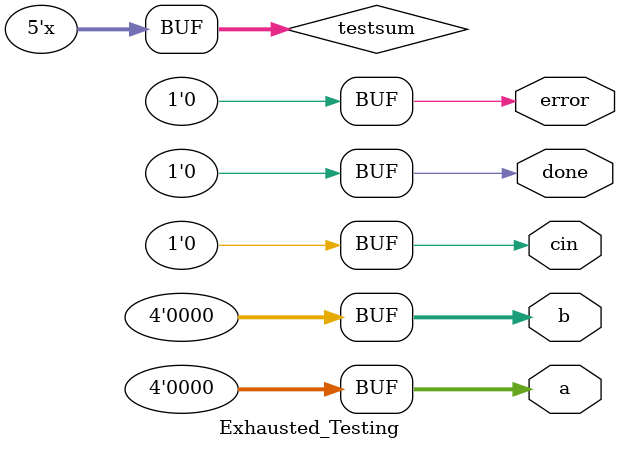
<source format=v>
`timescale 1ns/1ps

module Exhausted_Testing(a, b, cin, error, done);
output [4-1:0] a, b;
output cin;
output error;
output done;

// input signal to the test instance.
reg [4-1:0] a = 4'b0000;
reg [4-1:0] b = 4'b0000;
reg cin = 1'b0;

// initial value for the done and error indicator: not done, no error
reg done = 1'b0;
reg error = 1'b0;

// output from the test instance.
wire [4-1:0] sum;
wire cout;

// instantiate the test instance.
Ripple_Carry_Adder rca(
    .a (a), 
    .b (b), 
    .cin (cin),
    .cout (cout),
    .sum (sum)
);

reg [4:0] testsum;

initial begin
    repeat(16) begin
        repeat(16) begin
            #1 testsum = a + b + cin;
            if ({cout, sum} === testsum ) begin
                error = 1'b0;
            end
            else begin
                error = 1'b1;
            end
            #4 b = b + 1;
        end
        a = a + 1;
    end
    done = 1'b1;
    #5 done = 1'b0;
end

endmodule

</source>
